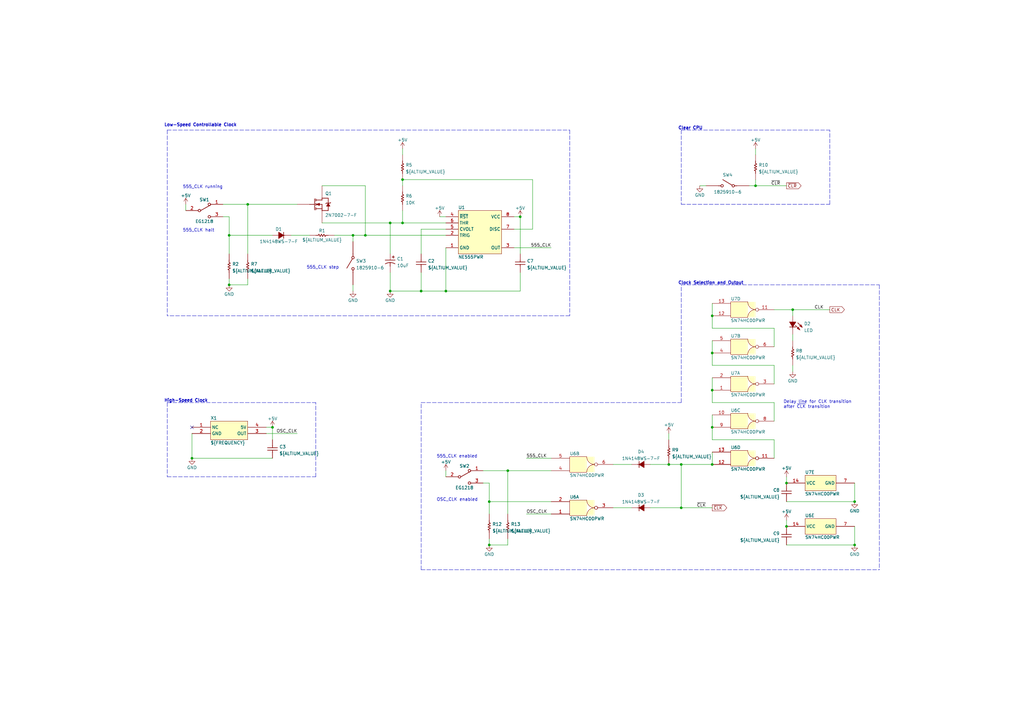
<source format=kicad_sch>
(kicad_sch (version 20211123) (generator eeschema)
  (paper "A3")
  (title_block (title "Clock") (date "2022-01-19") (rev "V1.1") (company "Riley Stuermer"))
  (lib_symbols
    (symbol "8BitCPU_Symbols:+5V" (power) (pin_names (offset 0))
      (property "Value" "+5V" (at 0 3.556 0))
      (symbol "+5V_0_1"
        (polyline (pts (xy -0.762 1.27) (xy 0 2.54)))
        (polyline (pts (xy 0 0) (xy 0 2.54)))
        (polyline (pts (xy 0 2.54) (xy 0.762 1.27)))
      )
      (symbol "+5V_1_1"
        (pin power_in line (at 0 0 90) (length 0) hide (name "+5V") (number "1"))
      )
    )
    (symbol "8BitCPU_Symbols:1825910-6"
      (property "Reference" "SW" (at 3.81 4.445 0))
      (property "Value" "1825910-6" (at 3.81 -2.54 0))
      (symbol "1825910-6_1_0"
        (polyline (pts (xy 0 0) (xy 1.016 0)) (stroke (width 0.254)))
        (polyline (pts (xy 1.778 2.54) (xy 5.588 0.254)) (stroke (width 0.254)))
        (polyline (pts (xy 7.62 0) (xy 6.604 0)) (stroke (width 0.254)))
        (circle (center 1.524 0) (radius 0.508) (stroke (width 0.254)))
        (circle (center 6.096 0) (radius 0.508) (stroke (width 0.254)))
        (pin passive line (at -5.08 0 0) (length 5.08) (name "1") (number "1"))
        (pin passive line (at -5.08 0 0) (length 5.08) (name "2") (number "2"))
        (pin passive line (at 12.7 0 180) (length 5.08) (name "3") (number "3"))
        (pin passive line (at 12.7 0 180) (length 5.08) (name "4") (number "4"))
      )
    )
    (symbol "8BitCPU_Symbols:1N4148WS-7-F"
      (property "Reference" "D" (at 0 2.54 0))
      (property "Value" "1N4148WS-7-F" (at 0 -2.54 0))
      (symbol "1N4148WS-7-F_1_0"
        (polyline (pts (xy 1.27 0) (xy 2.54 0)) (stroke (width 0.254)))
        (polyline (pts (xy 2.032 1.27) (xy 2.032 -1.27)) (stroke (width 0.254)))
        (polyline (pts (xy 0 -1.27) (xy 2.032 0) (xy 0 1.27) (xy 0 -1.27)) (stroke (width 0.254)) (fill (type outline)))
        (pin passive line (at -2.54 0 0) (length 2.54) (name "A") (number "1"))
        (pin passive line (at 5.08 0 180) (length 2.54) (name "K") (number "2"))
      )
    )
    (symbol "8BitCPU_Symbols:2N7002-7-F"
      (property "Reference" "Q" (at 6.35 4.445 0))
      (property "Value" "2N7002-7-F" (at 6.35 -4.445 0))
      (symbol "2N7002-7-F_1_0"
        (polyline (pts (xy 0 0) (xy 2.032 0)) (stroke (width 0.254)))
        (polyline (pts (xy 2.032 2.286) (xy 2.032 -2.286)) (stroke (width 0.254)))
        (polyline (pts (xy 2.54 -2.286) (xy 2.54 -1.27)) (stroke (width 0.254)))
        (polyline (pts (xy 2.54 -0.508) (xy 2.54 0.508)) (stroke (width 0.254)))
        (polyline (pts (xy 2.54 2.286) (xy 2.54 1.27)) (stroke (width 0.254)))
        (polyline (pts (xy 5.08 -2.54) (xy 7.62 -2.54)) (stroke (width 0.254)))
        (polyline (pts (xy 5.08 -1.778) (xy 2.54 -1.778)) (stroke (width 0.254)))
        (polyline (pts (xy 5.08 0) (xy 2.54 0)) (stroke (width 0.254)))
        (polyline (pts (xy 5.08 0) (xy 5.08 -2.54)) (stroke (width 0.254)))
        (polyline (pts (xy 5.08 1.778) (xy 2.54 1.778)) (stroke (width 0.254)))
        (polyline (pts (xy 5.08 1.778) (xy 5.08 2.54)) (stroke (width 0.254)))
        (polyline (pts (xy 5.08 2.54) (xy 7.62 2.54)) (stroke (width 0.254)))
        (polyline (pts (xy 6.858 0.508) (xy 6.604 0.254)) (stroke (width 0.254)))
        (polyline (pts (xy 6.858 0.508) (xy 8.382 0.508)) (stroke (width 0.254)))
        (polyline (pts (xy 7.62 -2.54) (xy 7.62 -0.762)) (stroke (width 0.254)))
        (polyline (pts (xy 7.62 2.54) (xy 7.62 0.508)) (stroke (width 0.254)))
        (polyline (pts (xy 8.382 0.508) (xy 8.636 0.762)) (stroke (width 0.254)))
        (polyline (pts (xy 2.54 0) (xy 4.064 0.508) (xy 4.064 -0.508) (xy 2.54 0)) (fill (type outline)))
        (polyline (pts (xy 7.62 0.508) (xy 8.382 -0.762) (xy 6.858 -0.762) (xy 7.62 0.508)) (fill (type outline)))
        (pin passive line (at 5.08 -7.62 90) (length 5.08) (name "S") (number "1"))
        (pin passive line (at -5.08 0 0) (length 5.08) (name "G") (number "2"))
        (pin passive line (at 5.08 7.62 270) (length 5.08) (name "D") (number "3"))
      )
    )
    (symbol "8BitCPU_Symbols:CAP"
      (property "Reference" "C" (at 1.27 3.175 0))
      (property "Value" "CAP" (at 1.27 -3.175 0))
      (symbol "CAP_1_0"
        (polyline (pts (xy 0 0) (xy 0.762 0)) (stroke (width 0.254)))
        (polyline (pts (xy 0.762 -2.032) (xy 0.762 2.032)) (stroke (width 0.254)))
        (polyline (pts (xy 1.778 2.032) (xy 1.778 -2.032)) (stroke (width 0.254)))
        (polyline (pts (xy 2.54 0) (xy 1.778 0)) (stroke (width 0.254)))
        (pin passive line (at 5.08 0 180) (length 2.54) (name "1") (number "1"))
        (pin passive line (at -2.54 0 0) (length 2.54) (name "2") (number "2"))
      )
    )
    (symbol "8BitCPU_Symbols:CAP_POL"
      (property "Reference" "C" (at 0.635 3.81 0))
      (property "Value" "CAP_POL" (at 0.635 -3.81 0))
      (symbol "CAP_POL_1_0"
        (polyline (pts (xy -1.27 0.762) (xy -1.27 1.778)) (stroke (width 0.254)))
        (polyline (pts (xy -0.762 1.27) (xy -1.778 1.27)) (stroke (width 0.254)))
        (polyline (pts (xy 0 -2.032) (xy 0 2.032)) (stroke (width 0.254)))
        (polyline (pts (xy 1.016 0) (xy 2.54 0)) (stroke (width 0.254)))
        (arc (start 1.016 0) (mid 1.1454 -1.0176) (end 1.5255 -1.9703) (stroke (width 0.254)))
        (arc (start 1.5255 1.9703) (mid 1.1454 1.0176) (end 1.016 0) (stroke (width 0.254)))
        (pin passive line (at -2.54 0 0) (length 2.54) (name "1") (number "1"))
        (pin passive line (at 5.08 0 180) (length 2.54) (name "2") (number "2"))
      )
    )
    (symbol "8BitCPU_Symbols:CRYSTAL"
      (property "Reference" "X" (at 0 3.81 0))
      (property "Value" "CRYSTAL" (at 0 -6.35 0))
      (symbol "CRYSTAL_1_0"
        (rectangle (start 15.24 2.54) (end 0 -5.08) (fill (type background)))
        (pin passive line (at -7.62 0 0) (length 7.62) (name "NC") (number "1"))
        (pin power_in line (at -7.62 -2.54 0) (length 7.62) (name "GND") (number "2"))
        (pin output line (at 22.86 -2.54 180) (length 7.62) (name "OUT") (number "3"))
        (pin power_in line (at 22.86 0 180) (length 7.62) (name "5V") (number "4"))
      )
    )
    (symbol "8BitCPU_Symbols:EG1218"
      (property "Reference" "SW" (at 2.54 4.445 0))
      (property "Value" "EG1218" (at 2.54 -4.445 0))
      (symbol "EG1218_1_0"
        (polyline (pts (xy 1.016 0) (xy 5.08 2.286)) (stroke (width 0.254)))
        (circle (center 0.508 0) (radius 0.508) (stroke (width 0.254)))
        (circle (center 4.572 -2.54) (radius 0.508) (stroke (width 0.254)))
        (circle (center 4.572 2.54) (radius 0.508) (stroke (width 0.254)))
        (pin passive line (at 10.16 2.54 180) (length 5.08) (name "1") (number "1"))
        (pin passive line (at -5.08 0 0) (length 5.08) (name "COM") (number "2"))
        (pin passive line (at 10.16 -2.54 180) (length 5.08) (name "3") (number "3"))
      )
    )
    (symbol "8BitCPU_Symbols:GND" (power) (pin_names (offset 0))
      (property "Value" "GND" (at 0 -3.81 0))
      (symbol "GND_0_1"
        (polyline (pts (xy 0 0) (xy 0 -1.27) (xy 1.27 -1.27) (xy 0 -2.54) (xy -1.27 -1.27) (xy 0 -1.27)))
      )
      (symbol "GND_1_1"
        (pin power_in line (at 0 0 270) (length 0) hide (name "GND") (number "1"))
      )
    )
    (symbol "8BitCPU_Symbols:LED"
      (property "Reference" "D" (at 0.635 4.445 0))
      (property "Value" "LED" (at 0.635 -3.175 0))
      (symbol "LED_1_0"
        (polyline (pts (xy 0.3545 2.1093) (xy 2.1325 3.8873)) (stroke (width 0.254)))
        (polyline (pts (xy 1.27 0) (xy 2.54 0)) (stroke (width 0.254)))
        (polyline (pts (xy 1.3705 1.0933) (xy 3.1485 2.8713)) (stroke (width 0.254)))
        (polyline (pts (xy 2.032 1.27) (xy 2.032 -1.27)) (stroke (width 0.254)))
        (polyline (pts (xy 0 -1.27) (xy 2.032 0) (xy 0 1.27) (xy 0 -1.27)) (stroke (width 0.254)) (fill (type outline)))
        (polyline (pts (xy 2.1325 3.8873) (xy 1.1165 3.3793) (xy 1.6245 2.8713) (xy 2.1325 3.8873)) (stroke (width 0.254)) (fill (type outline)))
        (polyline (pts (xy 3.1485 2.8713) (xy 2.1325 2.3633) (xy 2.6405 1.8553) (xy 3.1485 2.8713)) (stroke (width 0.254)) (fill (type outline)))
        (pin passive line (at -2.54 0 0) (length 2.54) (name "A") (number "1"))
        (pin passive line (at 5.08 0 180) (length 2.54) (name "K") (number "2"))
      )
    )
    (symbol "8BitCPU_Symbols:NE555PWR"
      (property "Reference" "U" (at 5.08 3.81 0))
      (property "Value" "NE555PWR" (at 5.08 -16.51 0))
      (symbol "NE555PWR_1_0"
        (rectangle (start 22.86 2.54) (end 5.08 -15.24) (fill (type background)))
        (pin power_in line (at 0 -12.7 0) (length 5.08) (name "GND") (number "1"))
        (pin input line (at 0 -7.62 0) (length 5.08) (name "TRIG") (number "2"))
        (pin output line (at 27.94 -12.7 180) (length 5.08) (name "OUT") (number "3"))
        (pin input line (at 0 0 0) (length 5.08) (name "~{RST}") (number "4"))
        (pin passive line (at 0 -5.08 0) (length 5.08) (name "CVOLT") (number "5"))
        (pin input line (at 0 -2.54 0) (length 5.08) (name "THR") (number "6"))
        (pin open_collector line (at 27.94 -5.08 180) (length 5.08) (name "DISC") (number "7"))
        (pin power_in line (at 27.94 0 180) (length 5.08) (name "VCC") (number "8"))
      )
    )
    (symbol "8BitCPU_Symbols:RES"
      (property "Reference" "R" (at 2.54 1.905 0))
      (property "Value" "RES" (at 2.54 -1.905 0))
      (symbol "RES_1_0"
        (polyline (pts (xy 5.08 0) (xy 4.064 0) (xy 3.81 -0.508) (xy 3.302 0.508) (xy 2.794 -0.508) (xy 2.286 0.508) (xy 1.778 -0.508) (xy 1.27 0.508) (xy 1.016 0) (xy 0 0)) (stroke (width 0.254)))
        (pin passive line (at -2.54 0 0) (length 2.54) (name "1") (number "1"))
        (pin passive line (at 7.62 0 180) (length 2.54) (name "2") (number "2"))
      )
    )
    (symbol "8BitCPU_Symbols:SN74HC00PWR"
      (property "Reference" "U" (at 0 1.905 0))
      (property "Value" "SN74HC00PWR" (at 0 -6.985 0))
      (symbol "SN74HC00PWR_1_0"
        (pin input line (at -7.62 -5.08 0) (length 7.62) (name "1A") (number "1"))
        (pin input line (at -7.62 0 0) (length 7.62) (name "1B") (number "2"))
        (pin output inverted (at 17.78 -2.54 180) (length 7.62) (name "1Y") (number "3"))
      )
      (symbol "SN74HC00PWR_1_1"
        (polyline (pts (xy 6.985 -5.715) (xy 0 -5.715) (xy 0 0.635) (xy 6.985 0.635)) (fill (type background)))
        (arc (start 6.985 0.635) (mid 4.7399 -4.7851) (end 10.16 -2.54) (fill (type background)))
        (arc (start 10.16 -2.54) (mid 4.7399 -0.2949) (end 6.985 -5.715) (fill (type background)))
      )
      (symbol "SN74HC00PWR_2_0"
        (pin input line (at -7.62 -5.08 0) (length 7.62) (name "2A") (number "4"))
        (pin input line (at -7.62 0 0) (length 7.62) (name "2B") (number "5"))
        (pin output inverted (at 17.78 -2.54 180) (length 7.62) (name "2Y") (number "6"))
      )
      (symbol "SN74HC00PWR_2_1"
        (polyline (pts (xy 6.985 -5.715) (xy 0 -5.715) (xy 0 0.635) (xy 6.985 0.635)) (fill (type background)))
        (arc (start 6.985 0.635) (mid 4.7399 -4.7851) (end 10.16 -2.54) (fill (type background)))
        (arc (start 10.16 -2.54) (mid 4.7399 -0.2949) (end 6.985 -5.715) (fill (type background)))
      )
      (symbol "SN74HC00PWR_3_0"
        (pin input line (at -7.62 0 0) (length 7.62) (name "3B") (number "10"))
        (pin output inverted (at 17.78 -2.54 180) (length 7.62) (name "3Y") (number "8"))
        (pin input line (at -7.62 -5.08 0) (length 7.62) (name "3A") (number "9"))
      )
      (symbol "SN74HC00PWR_3_1"
        (polyline (pts (xy 6.985 -5.715) (xy 0 -5.715) (xy 0 0.635) (xy 6.985 0.635)) (fill (type background)))
        (arc (start 6.985 0.635) (mid 4.7399 -4.7851) (end 10.16 -2.54) (fill (type background)))
        (arc (start 10.16 -2.54) (mid 4.7399 -0.2949) (end 6.985 -5.715) (fill (type background)))
      )
      (symbol "SN74HC00PWR_4_0"
        (pin output inverted (at 17.78 -2.54 180) (length 7.62) (name "4Y") (number "11"))
        (pin input line (at -7.62 -5.08 0) (length 7.62) (name "4A") (number "12"))
        (pin input line (at -7.62 0 0) (length 7.62) (name "4B") (number "13"))
      )
      (symbol "SN74HC00PWR_4_1"
        (polyline (pts (xy 6.985 -5.715) (xy 0 -5.715) (xy 0 0.635) (xy 6.985 0.635)) (fill (type background)))
        (arc (start 6.985 0.635) (mid 4.7399 -4.7851) (end 10.16 -2.54) (fill (type background)))
        (arc (start 10.16 -2.54) (mid 4.7399 -0.2949) (end 6.985 -5.715) (fill (type background)))
      )
      (symbol "SN74HC00PWR_5_0"
        (rectangle (start 0 0.635) (end 12.7 -5.715) (fill (type background)))
        (pin power_in line (at -7.62 -2.54 0) (length 7.62) (name "VCC") (number "14"))
        (pin power_in line (at 20.32 -2.54 180) (length 7.62) (name "GND") (number "7"))
      )
    )
  )
  (junction (at 279.4 190.5))
  (junction (at 292.1 190.5))
  (junction (at 292.1 144.78))
  (junction (at 274.32 190.5))
  (junction (at 149.86 96.52))
  (junction (at 101.6 83.82))
  (junction (at 279.4 208.28))
  (junction (at 160.02 91.44))
  (junction (at 172.72 119.38))
  (junction (at 165.1 91.44))
  (junction (at 165.1 73.66))
  (junction (at 309.88 76.2))
  (junction (at 350.52 223.52))
  (junction (at 292.1 175.26))
  (junction (at 200.66 223.52))
  (junction (at 208.28 193.04))
  (junction (at 213.36 88.9))
  (junction (at 200.66 205.74))
  (junction (at 144.78 96.52))
  (junction (at 350.52 205.74))
  (junction (at 322.58 215.9))
  (junction (at 78.74 187.96))
  (junction (at 111.76 175.26))
  (junction (at 93.98 96.52))
  (junction (at 93.98 116.84))
  (junction (at 325.12 127))
  (junction (at 292.1 129.54))
  (junction (at 292.1 160.02))
  (junction (at 182.88 119.38))
  (junction (at 160.02 119.38))
  (junction (at 322.58 198.12))
  (no_connect (at 78.74 175.26))
  (wire (pts (xy 226.06 210.82) (xy 215.9 210.82)))
  (wire (pts (xy 266.7 208.28) (xy 279.4 208.28)))
  (wire (pts (xy 213.36 104.14) (xy 213.36 88.9)))
  (polyline (pts (xy 233.68 129.54) (xy 68.58 129.54)))
  (wire (pts (xy 317.5 165.1) (xy 292.1 165.1)))
  (wire (pts (xy 182.88 193.04) (xy 182.88 195.58)))
  (wire (pts (xy 266.7 190.5) (xy 274.32 190.5)))
  (wire (pts (xy 317.5 180.34) (xy 292.1 180.34)))
  (polyline (pts (xy 68.58 165.1) (xy 129.54 165.1)))
  (wire (pts (xy 309.88 76.2) (xy 322.58 76.2)))
  (wire (pts (xy 93.98 96.52) (xy 111.76 96.52)))
  (wire (pts (xy 165.1 60.96) (xy 165.1 63.5)))
  (wire (pts (xy 78.74 187.96) (xy 78.74 177.8)))
  (wire (pts (xy 144.78 116.84) (xy 144.78 119.38)))
  (wire (pts (xy 172.72 104.14) (xy 172.72 93.98)))
  (wire (pts (xy 292.1 154.94) (xy 292.1 160.02)))
  (polyline (pts (xy 340.36 83.82) (xy 340.36 53.34)))
  (polyline (pts (xy 68.58 195.58) (xy 129.54 195.58)))
  (wire (pts (xy 292.1 124.46) (xy 292.1 129.54)))
  (wire (pts (xy 317.5 187.96) (xy 317.5 180.34)))
  (wire (pts (xy 137.16 96.52) (xy 144.78 96.52)))
  (wire (pts (xy 322.58 213.36) (xy 322.58 215.9)))
  (wire (pts (xy 208.28 210.82) (xy 208.28 193.04)))
  (wire (pts (xy 322.58 205.74) (xy 350.52 205.74)))
  (wire (pts (xy 226.06 187.96) (xy 215.9 187.96)))
  (wire (pts (xy 309.88 76.2) (xy 309.88 73.66)))
  (wire (pts (xy 309.88 63.5) (xy 309.88 60.96)))
  (wire (pts (xy 213.36 119.38) (xy 182.88 119.38)))
  (wire (pts (xy 160.02 119.38) (xy 172.72 119.38)))
  (polyline (pts (xy 279.4 83.82) (xy 340.36 83.82)))
  (wire (pts (xy 165.1 91.44) (xy 182.88 91.44)))
  (wire (pts (xy 322.58 195.58) (xy 322.58 198.12)))
  (wire (pts (xy 350.52 223.52) (xy 350.52 215.9)))
  (wire (pts (xy 93.98 88.9) (xy 91.44 88.9)))
  (polyline (pts (xy 172.72 233.68) (xy 172.72 165.1)))
  (wire (pts (xy 119.38 96.52) (xy 127 96.52)))
  (wire (pts (xy 198.12 193.04) (xy 208.28 193.04)))
  (wire (pts (xy 200.66 223.52) (xy 200.66 220.98)))
  (wire (pts (xy 292.1 139.7) (xy 292.1 144.78)))
  (wire (pts (xy 317.5 127) (xy 325.12 127)))
  (wire (pts (xy 165.1 91.44) (xy 165.1 86.36)))
  (polyline (pts (xy 68.58 165.1) (xy 68.58 195.58)))
  (wire (pts (xy 111.76 180.34) (xy 111.76 175.26)))
  (wire (pts (xy 218.44 73.66) (xy 218.44 93.98)))
  (polyline (pts (xy 279.4 53.34) (xy 340.36 53.34)))
  (wire (pts (xy 208.28 220.98) (xy 208.28 223.52)))
  (wire (pts (xy 292.1 144.78) (xy 292.1 149.86)))
  (polyline (pts (xy 172.72 165.1) (xy 279.4 165.1)))
  (wire (pts (xy 149.86 96.52) (xy 182.88 96.52)))
  (wire (pts (xy 132.08 76.2) (xy 149.86 76.2)))
  (polyline (pts (xy 233.68 53.34) (xy 233.68 129.54)))
  (wire (pts (xy 213.36 88.9) (xy 210.82 88.9)))
  (wire (pts (xy 317.5 149.86) (xy 292.1 149.86)))
  (wire (pts (xy 149.86 76.2) (xy 149.86 96.52)))
  (wire (pts (xy 292.1 190.5) (xy 292.1 185.42)))
  (wire (pts (xy 132.08 91.44) (xy 160.02 91.44)))
  (polyline (pts (xy 279.4 53.34) (xy 279.4 83.82)))
  (wire (pts (xy 274.32 190.5) (xy 279.4 190.5)))
  (polyline (pts (xy 360.68 116.84) (xy 360.68 233.68)))
  (wire (pts (xy 172.72 119.38) (xy 182.88 119.38)))
  (wire (pts (xy 111.76 187.96) (xy 78.74 187.96)))
  (wire (pts (xy 317.5 172.72) (xy 317.5 165.1)))
  (wire (pts (xy 101.6 104.14) (xy 101.6 83.82)))
  (wire (pts (xy 172.72 111.76) (xy 172.72 119.38)))
  (wire (pts (xy 210.82 101.6) (xy 226.06 101.6)))
  (wire (pts (xy 172.72 93.98) (xy 182.88 93.98)))
  (wire (pts (xy 279.4 208.28) (xy 292.1 208.28)))
  (wire (pts (xy 292.1 160.02) (xy 292.1 165.1)))
  (wire (pts (xy 279.4 190.5) (xy 292.1 190.5)))
  (wire (pts (xy 292.1 170.18) (xy 292.1 175.26)))
  (wire (pts (xy 251.46 208.28) (xy 259.08 208.28)))
  (wire (pts (xy 292.1 129.54) (xy 292.1 134.62)))
  (wire (pts (xy 101.6 83.82) (xy 121.92 83.82)))
  (wire (pts (xy 200.66 210.82) (xy 200.66 205.74)))
  (wire (pts (xy 325.12 127) (xy 340.36 127)))
  (polyline (pts (xy 279.4 165.1) (xy 279.4 116.84)))
  (wire (pts (xy 274.32 177.8) (xy 274.32 180.34)))
  (wire (pts (xy 144.78 99.06) (xy 144.78 96.52)))
  (polyline (pts (xy 279.4 116.84) (xy 360.68 116.84)))
  (wire (pts (xy 317.5 134.62) (xy 317.5 142.24)))
  (wire (pts (xy 325.12 152.4) (xy 325.12 149.86)))
  (wire (pts (xy 218.44 93.98) (xy 210.82 93.98)))
  (wire (pts (xy 200.66 198.12) (xy 198.12 198.12)))
  (polyline (pts (xy 68.58 53.34) (xy 233.68 53.34)))
  (wire (pts (xy 292.1 175.26) (xy 292.1 180.34)))
  (wire (pts (xy 251.46 190.5) (xy 259.08 190.5)))
  (wire (pts (xy 91.44 83.82) (xy 101.6 83.82)))
  (polyline (pts (xy 172.72 233.68) (xy 360.68 233.68)))
  (wire (pts (xy 76.2 83.82) (xy 76.2 86.36)))
  (wire (pts (xy 279.4 190.5) (xy 279.4 208.28)))
  (polyline (pts (xy 129.54 195.58) (xy 129.54 165.1)))
  (wire (pts (xy 160.02 91.44) (xy 160.02 104.14)))
  (wire (pts (xy 165.1 73.66) (xy 218.44 73.66)))
  (wire (pts (xy 109.22 177.8) (xy 121.92 177.8)))
  (wire (pts (xy 208.28 193.04) (xy 226.06 193.04)))
  (wire (pts (xy 200.66 205.74) (xy 226.06 205.74)))
  (wire (pts (xy 287.02 76.2) (xy 289.56 76.2)))
  (polyline (pts (xy 68.58 53.34) (xy 68.58 129.54)))
  (wire (pts (xy 317.5 157.48) (xy 317.5 149.86)))
  (wire (pts (xy 325.12 129.54) (xy 325.12 127)))
  (wire (pts (xy 307.34 76.2) (xy 309.88 76.2)))
  (wire (pts (xy 93.98 96.52) (xy 93.98 88.9)))
  (wire (pts (xy 325.12 139.7) (xy 325.12 137.16)))
  (wire (pts (xy 200.66 198.12) (xy 200.66 205.74)))
  (wire (pts (xy 322.58 223.52) (xy 350.52 223.52)))
  (wire (pts (xy 160.02 119.38) (xy 160.02 111.76)))
  (wire (pts (xy 350.52 198.12) (xy 350.52 205.74)))
  (wire (pts (xy 93.98 116.84) (xy 101.6 116.84)))
  (wire (pts (xy 165.1 76.2) (xy 165.1 73.66)))
  (wire (pts (xy 292.1 134.62) (xy 317.5 134.62)))
  (wire (pts (xy 160.02 91.44) (xy 165.1 91.44)))
  (wire (pts (xy 93.98 116.84) (xy 93.98 114.3)))
  (wire (pts (xy 180.34 88.9) (xy 182.88 88.9)))
  (wire (pts (xy 144.78 96.52) (xy 149.86 96.52)))
  (wire (pts (xy 93.98 104.14) (xy 93.98 96.52)))
  (wire (pts (xy 111.76 175.26) (xy 109.22 175.26)))
  (wire (pts (xy 213.36 111.76) (xy 213.36 119.38)))
  (wire (pts (xy 101.6 114.3) (xy 101.6 116.84)))
  (wire (pts (xy 208.28 223.52) (xy 200.66 223.52)))
  (wire (pts (xy 182.88 119.38) (xy 182.88 101.6)))
  (text "555_CLK enabled" (at 179.07 187.96 180) (effects (font (size 1.27 1.27)) (justify left bottom)))
  (text "Low-Speed Controllable Clock" (at 67.31 52.07 0) (effects (font (size 1.27 1.27) bold) (justify left bottom)))
  (text "555_CLK step" (at 125.73 110.49 180) (effects (font (size 1.27 1.27)) (justify left bottom)))
  (text "Clock Selection and Output" (at 278.13 116.84 0) (effects (font (size 1.27 1.27) bold) (justify left bottom)))
  (text "Clear CPU" (at 278.13 53.34 0) (effects (font (size 1.27 1.27) bold) (justify left bottom)))
  (text "Delay line for CLK transition \nafter ~{CLK} transition" (at 321.31 167.64 0) (effects (font (size 1.27 1.27)) (justify left bottom)))
  (text "High-Speed Clock" (at 67.31 165.1 0) (effects (font (size 1.27 1.27) bold) (justify left bottom)))
  (text "555_CLK halt" (at 74.93 95.25 180) (effects (font (size 1.27 1.27)) (justify left bottom)))
  (text "555_CLK running" (at 74.93 77.47 180) (effects (font (size 1.27 1.27)) (justify left bottom)))
  (text "OSC_CLK enabled" (at 179.07 205.74 180) (effects (font (size 1.27 1.27)) (justify left bottom)))
  (label "555_CLK" (at 215.9 187.96 0))
  (label "555_CLK" (at 226.06 101.6 180))
  (label "~{CLR}" (at 320.04 76.2 180))
  (label "OSC_CLK" (at 121.92 177.8 180))
  (label "OSC_CLK" (at 215.9 210.82 0))
  (label "~{CLK}" (at 289.56 208.28 180))
  (label "CLK" (at 337.82 127 180))
  (global_label "~{CLK}" (shape output) (at 292.1 208.28 0) (property "Intersheet References" "${INTERSHEET_REFS}" (effects hide)))
  (global_label "~{CLR}" (shape output) (at 322.58 76.2 0) (property "Intersheet References" "${INTERSHEET_REFS}" (effects hide)))
  (global_label "CLK" (shape output) (at 340.36 127 0) (property "Intersheet References" "${INTERSHEET_REFS}" (effects hide)))
  (symbol (lib_id "8BitCPU_Symbols:CAP") (at 213.36 109.22 90) (unit 1)
    (property "Reference" "C7" (at 216.154 107.0415 90) (effects (justify right)))
    (property "Value" "${ALTIUM_VALUE}" (at 216.154 109.8166 90) (effects (justify right)))
    (property "Footprint" "0603-CAPC1608X09N" (effects hide))
  )
  (symbol (lib_id "8BitCPU_Symbols:1825910-6") (at 144.78 111.76 90) (unit 1)
    (property "Reference" "SW3" (at 146.05 107.0415 90) (effects (justify right)))
    (property "Value" "1825910-6" (at 146.05 109.8166 90) (effects (justify right)))
    (property "Footprint" "8BitCPU_Footprints:1825910-6" (effects hide))
  )
  (symbol (lib_id "8BitCPU_Symbols:RES") (at 325.12 147.32 90) (unit 1)
    (property "Reference" "R8" (at 326.39 143.8715 90) (effects (justify right)))
    (property "Value" "${ALTIUM_VALUE}" (at 326.39 146.6466 90) (effects (justify right)))
    (property "Footprint" "0603-RESC1508X06N" (effects hide))
  )
  (symbol (lib_id "8BitCPU_Symbols:+5V") (at 165.1 60.96 0) (unit 1)
    (property "Reference" "#PWR?" (effects hide))
    (property "Value" "+5" (at 165.1 57.404 0))
  )
  (symbol (lib_id "8BitCPU_Symbols:NE555PWR") (at 182.88 88.9 0) (unit 1)
    (property "Reference" "U1" (at 187.96 85.09 0) (effects (justify left)))
    (property "Value" "NE555PWR" (at 187.96 105.41 0) (effects (justify left)))
    (property "Footprint" "TI-PW-TSSOP65P640X120-8N" (effects hide))
  )
  (symbol (lib_id "8BitCPU_Symbols:GND") (at 78.74 187.96 0) (unit 1)
    (property "Reference" "#PWR?" (effects hide))
    (property "Value" "GND" (at 78.74 191.77 0))
  )
  (symbol (lib_id "8BitCPU_Symbols:CAP") (at 322.58 220.98 90) (unit 1)
    (property "Reference" "C9" (at 319.786 218.8015 90) (effects (justify left)))
    (property "Value" "${ALTIUM_VALUE}" (at 319.786 221.5766 90) (effects (justify left)))
    (property "Footprint" "0603-CAPC1608X09N" (effects hide))
  )
  (symbol (lib_id "8BitCPU_Symbols:RES") (at 208.28 218.44 90) (unit 1)
    (property "Reference" "R13" (at 209.55 214.9915 90) (effects (justify right)))
    (property "Value" "${ALTIUM_VALUE}" (at 209.55 217.7666 90) (effects (justify right)))
    (property "Footprint" "0603-RESC1508X06N" (effects hide))
  )
  (symbol (lib_id "8BitCPU_Symbols:SN74HC00PWR") (at 299.72 139.7 0) (unit 2)
    (property "Reference" "U7" (at 299.72 137.795 0) (effects (justify left)))
    (property "Value" "SN74HC00PWR" (at 299.72 146.685 0) (effects (justify left)))
    (property "Footprint" "TI-PW-TSSOP65P640X120-14N" (effects hide))
  )
  (symbol (lib_id "8BitCPU_Symbols:RES") (at 165.1 71.12 90) (unit 1)
    (property "Reference" "R5" (at 166.37 67.6715 90) (effects (justify right)))
    (property "Value" "${ALTIUM_VALUE}" (at 166.37 70.4466 90) (effects (justify right)))
    (property "Footprint" "0603-RESC1508X06N" (effects hide))
  )
  (symbol (lib_id "8BitCPU_Symbols:+5V") (at 213.36 88.9 0) (unit 1)
    (property "Reference" "#PWR?" (effects hide))
    (property "Value" "+5" (at 213.36 85.344 0))
  )
  (symbol (lib_id "8BitCPU_Symbols:1N4148WS-7-F") (at 114.3 96.52 0) (unit 1)
    (property "Reference" "D1" (at 114.3 93.98 0))
    (property "Value" "1N4148WS-7-F" (at 114.3 99.06 0))
    (property "Footprint" "DI-SOD323-SODFL250X120-2N" (effects hide))
  )
  (symbol (lib_id "8BitCPU_Symbols:EG1218") (at 81.28 86.36 0) (unit 1)
    (property "Reference" "SW1" (at 83.82 81.915 0))
    (property "Value" "EG1218" (at 83.82 90.805 0))
    (property "Footprint" "ESW-EG1218" (effects hide))
  )
  (symbol (lib_id "8BitCPU_Symbols:2N7002-7-F") (at 127 83.82 0) (unit 1)
    (property "Reference" "Q1" (at 133.35 79.375 0) (effects (justify left)))
    (property "Value" "2N7002-7-F" (at 133.35 88.265 0) (effects (justify left)))
    (property "Footprint" "8BitCPU_Footprints:SOT23-3-SOT90P240X120-3N" (effects hide))
  )
  (symbol (lib_id "8BitCPU_Symbols:+5V") (at 76.2 83.82 0) (unit 1)
    (property "Reference" "#PWR?" (effects hide))
    (property "Value" "+5" (at 76.2 80.2155 0))
  )
  (symbol (lib_id "8BitCPU_Symbols:RES") (at 101.6 111.76 90) (unit 1)
    (property "Reference" "R7" (at 102.87 108.3115 90) (effects (justify right)))
    (property "Value" "${ALTIUM_VALUE}" (at 102.87 111.0866 90) (effects (justify right)))
    (property "Footprint" "0603-RESC1508X06N" (effects hide))
  )
  (symbol (lib_id "8BitCPU_Symbols:GND") (at 200.66 223.52 0) (unit 1)
    (property "Reference" "#PWR?" (effects hide))
    (property "Value" "GND" (at 200.66 227.33 0))
  )
  (symbol (lib_id "8BitCPU_Symbols:+5V") (at 309.88 60.96 0) (unit 1)
    (property "Reference" "#PWR?" (effects hide))
    (property "Value" "+5" (at 309.88 57.404 0))
  )
  (symbol (lib_id "8BitCPU_Symbols:+5V") (at 322.58 213.36 0) (unit 1)
    (property "Reference" "#PWR?" (effects hide))
    (property "Value" "+5" (at 322.58 209.804 0))
  )
  (symbol (lib_id "8BitCPU_Symbols:SN74HC00PWR") (at 233.68 187.96 0) (unit 2)
    (property "Reference" "U6" (at 233.68 186.055 0) (effects (justify left)))
    (property "Value" "SN74HC00PWR" (at 233.68 194.945 0) (effects (justify left)))
    (property "Footprint" "TI-PW-TSSOP65P640X120-14N" (effects hide))
  )
  (symbol (lib_id "8BitCPU_Symbols:GND") (at 287.02 76.2 0) (unit 1)
    (property "Reference" "#PWR?" (effects hide))
    (property "Value" "GND" (at 287.02 80.01 0))
  )
  (symbol (lib_id "8BitCPU_Symbols:RES") (at 165.1 83.82 90) (unit 1)
    (property "Reference" "R6" (at 166.37 80.3715 90) (effects (justify right)))
    (property "Value" "10K" (at 166.37 83.1466 90) (effects (justify right)))
    (property "Footprint" "8BitCPU_Footprints:0603_RESC1508X06N" (effects hide))
  )
  (symbol (lib_id "8BitCPU_Symbols:CAP") (at 172.72 109.22 90) (unit 1)
    (property "Reference" "C2" (at 175.514 107.0415 90) (effects (justify right)))
    (property "Value" "${ALTIUM_VALUE}" (at 175.514 109.8166 90) (effects (justify right)))
    (property "Footprint" "0603-CAPC1608X09N" (effects hide))
  )
  (symbol (lib_id "8BitCPU_Symbols:RES") (at 200.66 218.44 90) (unit 1)
    (property "Reference" "R12" (at 201.93 214.9915 90) (effects (justify right)))
    (property "Value" "${ALTIUM_VALUE}" (at 201.93 217.7666 90) (effects (justify right)))
    (property "Footprint" "0603-RESC1508X06N" (effects hide))
  )
  (symbol (lib_id "8BitCPU_Symbols:SN74HC00PWR") (at 299.72 185.42 0) (unit 4)
    (property "Reference" "U6" (at 299.72 183.515 0) (effects (justify left)))
    (property "Value" "SN74HC00PWR" (at 299.72 192.405 0) (effects (justify left)))
    (property "Footprint" "TI-PW-TSSOP65P640X120-14N" (effects hide))
  )
  (symbol (lib_id "8BitCPU_Symbols:+5V") (at 180.34 88.9 0) (unit 1)
    (property "Reference" "#PWR?" (effects hide))
    (property "Value" "+5" (at 180.34 85.344 0))
  )
  (symbol (lib_id "8BitCPU_Symbols:GND") (at 350.52 223.52 0) (unit 1)
    (property "Reference" "#PWR?" (effects hide))
    (property "Value" "GND" (at 350.52 227.33 0))
  )
  (symbol (lib_id "8BitCPU_Symbols:CAP") (at 322.58 203.2 90) (unit 1)
    (property "Reference" "C8" (at 319.786 201.0215 90) (effects (justify left)))
    (property "Value" "${ALTIUM_VALUE}" (at 319.786 203.7966 90) (effects (justify left)))
    (property "Footprint" "0603-CAPC1608X09N" (effects hide))
  )
  (symbol (lib_id "8BitCPU_Symbols:+5V") (at 322.58 195.58 0) (unit 1)
    (property "Reference" "#PWR?" (effects hide))
    (property "Value" "+5" (at 322.58 192.024 0))
  )
  (symbol (lib_id "8BitCPU_Symbols:GND") (at 350.52 205.74 0) (unit 1)
    (property "Reference" "#PWR?" (effects hide))
    (property "Value" "GND" (at 350.52 209.55 0))
  )
  (symbol (lib_id "8BitCPU_Symbols:1N4148WS-7-F") (at 264.16 208.28 180) (unit 1)
    (property "Reference" "D3" (at 262.89 203.0435 0))
    (property "Value" "1N4148WS-7-F" (at 262.89 205.8186 0))
    (property "Footprint" "DI-SOD323-SODFL250X120-2N" (effects hide))
  )
  (symbol (lib_id "8BitCPU_Symbols:GND") (at 93.98 116.84 0) (unit 1)
    (property "Reference" "#PWR?" (effects hide))
    (property "Value" "GND" (at 93.98 120.65 0))
  )
  (symbol (lib_id "8BitCPU_Symbols:RES") (at 129.54 96.52 0) (unit 1)
    (property "Reference" "R1" (at 132.08 94.615 0))
    (property "Value" "${ALTIUM_VALUE}" (at 132.08 98.425 0))
    (property "Footprint" "0603-RESC1508X06N" (effects hide))
  )
  (symbol (lib_id "8BitCPU_Symbols:+5V") (at 111.76 175.26 0) (unit 1)
    (property "Reference" "#PWR?" (effects hide))
    (property "Value" "+5" (at 111.76 171.704 0))
  )
  (symbol (lib_id "8BitCPU_Symbols:SN74HC00PWR") (at 299.72 124.46 0) (unit 4)
    (property "Reference" "U7" (at 299.72 122.555 0) (effects (justify left)))
    (property "Value" "SN74HC00PWR" (at 299.72 131.445 0) (effects (justify left)))
    (property "Footprint" "TI-PW-TSSOP65P640X120-14N" (effects hide))
  )
  (symbol (lib_id "8BitCPU_Symbols:SN74HC00PWR") (at 330.2 213.36 0) (unit 5)
    (property "Reference" "U6" (at 330.2 211.455 0) (effects (justify left)))
    (property "Value" "SN74HC00PWR" (at 330.2 220.345 0) (effects (justify left)))
    (property "Footprint" "TI-PW-TSSOP65P640X120-14N" (effects hide))
  )
  (symbol (lib_id "8BitCPU_Symbols:SN74HC00PWR") (at 299.72 170.18 0) (unit 3)
    (property "Reference" "U6" (at 299.72 168.275 0) (effects (justify left)))
    (property "Value" "SN74HC00PWR" (at 299.72 177.165 0) (effects (justify left)))
    (property "Footprint" "TI-PW-TSSOP65P640X120-14N" (effects hide))
  )
  (symbol (lib_id "8BitCPU_Symbols:RES") (at 93.98 111.76 90) (unit 1)
    (property "Reference" "R2" (at 95.25 108.3115 90) (effects (justify right)))
    (property "Value" "${ALTIUM_VALUE}" (at 95.25 111.0866 90) (effects (justify right)))
    (property "Footprint" "0603-RESC1508X06N" (effects hide))
  )
  (symbol (lib_id "8BitCPU_Symbols:LED") (at 325.12 132.08 270) (unit 1)
    (property "Reference" "D2" (at 329.7693 132.7457 90) (effects (justify left)))
    (property "Value" "LED" (at 329.7693 135.5208 90) (effects (justify left)))
    (property "Footprint" "0603-LED1608X04N" (effects hide))
  )
  (symbol (lib_id "8BitCPU_Symbols:GND") (at 325.12 152.4 0) (unit 1)
    (property "Reference" "#PWR?" (effects hide))
    (property "Value" "GND" (at 325.12 156.21 0))
  )
  (symbol (lib_id "8BitCPU_Symbols:RES") (at 274.32 187.96 90) (unit 1)
    (property "Reference" "R9" (at 275.59 184.5115 90) (effects (justify right)))
    (property "Value" "${ALTIUM_VALUE}" (at 275.59 187.2866 90) (effects (justify right)))
    (property "Footprint" "0603-RESC1508X06N" (effects hide))
  )
  (symbol (lib_id "8BitCPU_Symbols:GND") (at 144.78 119.38 0) (unit 1)
    (property "Reference" "#PWR?" (effects hide))
    (property "Value" "GND" (at 144.78 123.19 0))
  )
  (symbol (lib_id "8BitCPU_Symbols:SN74HC00PWR") (at 330.2 195.58 0) (unit 5)
    (property "Reference" "U7" (at 330.2 193.675 0) (effects (justify left)))
    (property "Value" "SN74HC00PWR" (at 330.2 202.565 0) (effects (justify left)))
    (property "Footprint" "TI-PW-TSSOP65P640X120-14N" (effects hide))
  )
  (symbol (lib_id "8BitCPU_Symbols:SN74HC00PWR") (at 233.68 205.74 0) (unit 1)
    (property "Reference" "U6" (at 233.68 203.835 0) (effects (justify left)))
    (property "Value" "SN74HC00PWR" (at 233.68 212.725 0) (effects (justify left)))
    (property "Footprint" "TI-PW-TSSOP65P640X120-14N" (effects hide))
  )
  (symbol (lib_id "8BitCPU_Symbols:1825910-6") (at 294.64 76.2 0) (unit 1)
    (property "Reference" "SW4" (at 298.45 71.755 0))
    (property "Value" "1825910-6" (at 298.45 78.74 0))
    (property "Footprint" "TE-1825910-6" (effects hide))
  )
  (symbol (lib_id "8BitCPU_Symbols:CAP") (at 111.76 185.42 90) (unit 1)
    (property "Reference" "C3" (at 114.554 183.2415 90) (effects (justify right)))
    (property "Value" "${ALTIUM_VALUE}" (at 114.554 186.0166 90) (effects (justify right)))
    (property "Footprint" "0603-CAPC1608X09N" (effects hide))
  )
  (symbol (lib_id "8BitCPU_Symbols:+5V") (at 274.32 177.8 0) (unit 1)
    (property "Reference" "#PWR?" (effects hide))
    (property "Value" "+5" (at 274.32 174.244 0))
  )
  (symbol (lib_id "8BitCPU_Symbols:CAP_POL") (at 160.02 106.68 270) (unit 1)
    (property "Reference" "C1" (at 162.814 106.1525 90) (effects (justify left)))
    (property "Value" "10uF" (at 162.814 108.9276 90) (effects (justify left)))
    (property "Footprint" "8BitCPU_Footprints:CAPAE4643X55N" (effects hide))
  )
  (symbol (lib_id "8BitCPU_Symbols:1N4148WS-7-F") (at 264.16 190.5 180) (unit 1)
    (property "Reference" "D4" (at 262.89 185.2635 0))
    (property "Value" "1N4148WS-7-F" (at 262.89 188.0386 0))
    (property "Footprint" "DI-SOD323-SODFL250X120-2N" (effects hide))
  )
  (symbol (lib_id "8BitCPU_Symbols:SN74HC00PWR") (at 299.72 154.94 0) (unit 1)
    (property "Reference" "U7" (at 299.72 153.035 0) (effects (justify left)))
    (property "Value" "SN74HC00PWR" (at 299.72 161.925 0) (effects (justify left)))
    (property "Footprint" "TI-PW-TSSOP65P640X120-14N" (effects hide))
  )
  (symbol (lib_id "8BitCPU_Symbols:GND") (at 160.02 119.38 0) (unit 1)
    (property "Reference" "#PWR?" (effects hide))
    (property "Value" "GND" (at 160.02 123.19 0))
  )
  (symbol (lib_id "8BitCPU_Symbols:CRYSTAL") (at 86.36 175.26 0) (unit 1)
    (property "Reference" "X1" (at 86.36 171.45 0) (effects (justify left)))
    (property "Value" "${FREQUENCY}" (at 86.36 181.61 0) (effects (justify left)))
    (property "Footprint" "ECS-2100-DIP8-OSC" (effects hide))
  )
  (symbol (lib_id "8BitCPU_Symbols:+5V") (at 182.88 193.04 0) (unit 1)
    (property "Reference" "#PWR?" (effects hide))
    (property "Value" "+5" (at 182.88 189.484 0))
  )
  (symbol (lib_id "8BitCPU_Symbols:EG1218") (at 187.96 195.58 0) (unit 1)
    (property "Reference" "SW2" (at 190.5 191.135 0))
    (property "Value" "EG1218" (at 190.5 200.025 0))
    (property "Footprint" "ESW-EG1218" (effects hide))
  )
  (symbol (lib_id "8BitCPU_Symbols:RES") (at 309.88 71.12 90) (unit 1)
    (property "Reference" "R10" (at 311.15 67.6715 90) (effects (justify right)))
    (property "Value" "${ALTIUM_VALUE}" (at 311.15 70.4466 90) (effects (justify right)))
    (property "Footprint" "0603-RESC1508X06N" (effects hide))
  )
)
</source>
